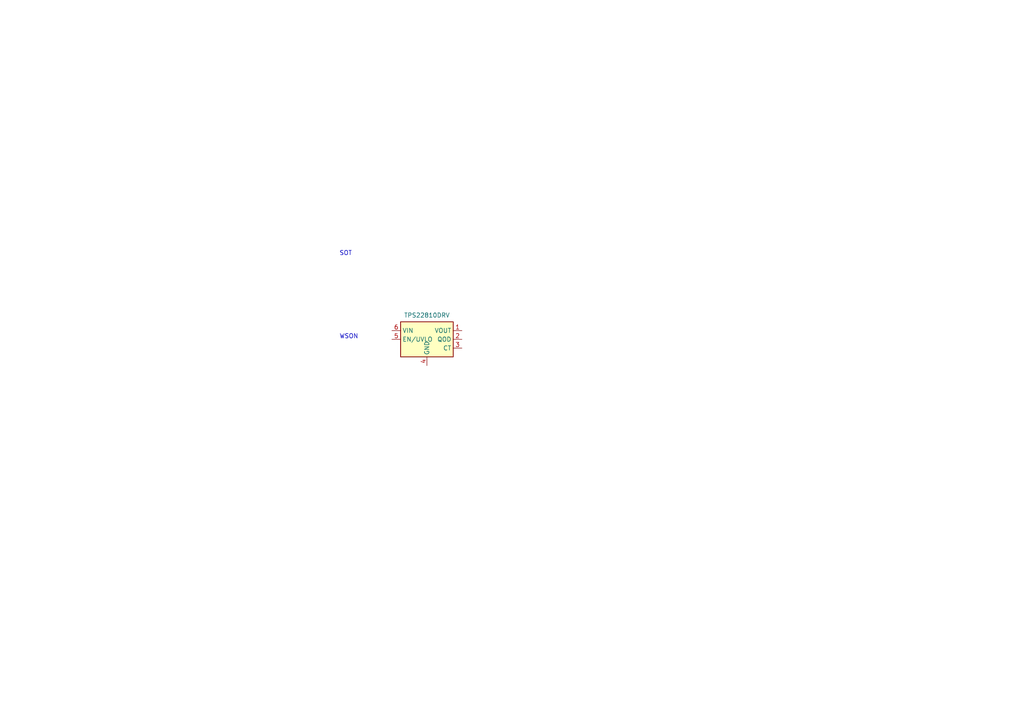
<source format=kicad_sch>
(kicad_sch (version 20230121) (generator eeschema)
  (paper "A4")
  (lib_symbols
    (symbol "Power_Management:TPS22810DRV"
      (property "Reference" "U" (at -6.35 6.35 0))
      (property "Value" "TPS22810DRV" (at 7.62 -6.35 0))
      (symbol "TPS22810DRV_1_1"
        (rectangle (start -7.62 5.08) (end 7.62 -5.08) (stroke (width 0.254)) (fill (type background)))
        (pin power_out line (at 10.16 2.54 180) (length 2.54) (name "VOUT") (number "1"))
        (pin open_collector line (at 10.16 0 180) (length 2.54) (name "QOD") (number "2"))
        (pin output line (at 10.16 -2.54 180) (length 2.54) (name "CT") (number "3"))
        (pin power_in line (at 0 -7.62 90) (length 2.54) (name "GND") (number "4"))
        (pin input line (at -10.16 0 0) (length 2.54) (name "EN/UVLO") (number "5"))
        (pin power_in line (at -10.16 2.54 0) (length 2.54) (name "VIN") (number "6"))
        (pin passive line (at 0 -7.62 90) (length 2.54) hide (name "GND") (number "7"))
      )
    )
  )
  (text "SOT" (at 98.425 74.295 0) (effects (font (size 1.27 1.27)) (justify left bottom)))
  (text "WSON" (at 98.425 98.425 0) (effects (font (size 1.27 1.27)) (justify left bottom)))
  (symbol (lib_id "Power_Management:TPS22810DRV") (at 123.825 98.425 0) (unit 1)
    (property "Reference" "U102" (effects hide))
    (property "Value" "TPS22810DRV" (at 123.825 91.44 0))
    (property "Footprint" "Package_SON:WSON-6-1EP_2x2mm_P0.65mm_EP1x1.6mm" (effects hide))
    (property "Datasheet" "http://www.ti.com/lit/ds/symlink/tps22810.pdf" (effects hide))
  )
)
</source>
